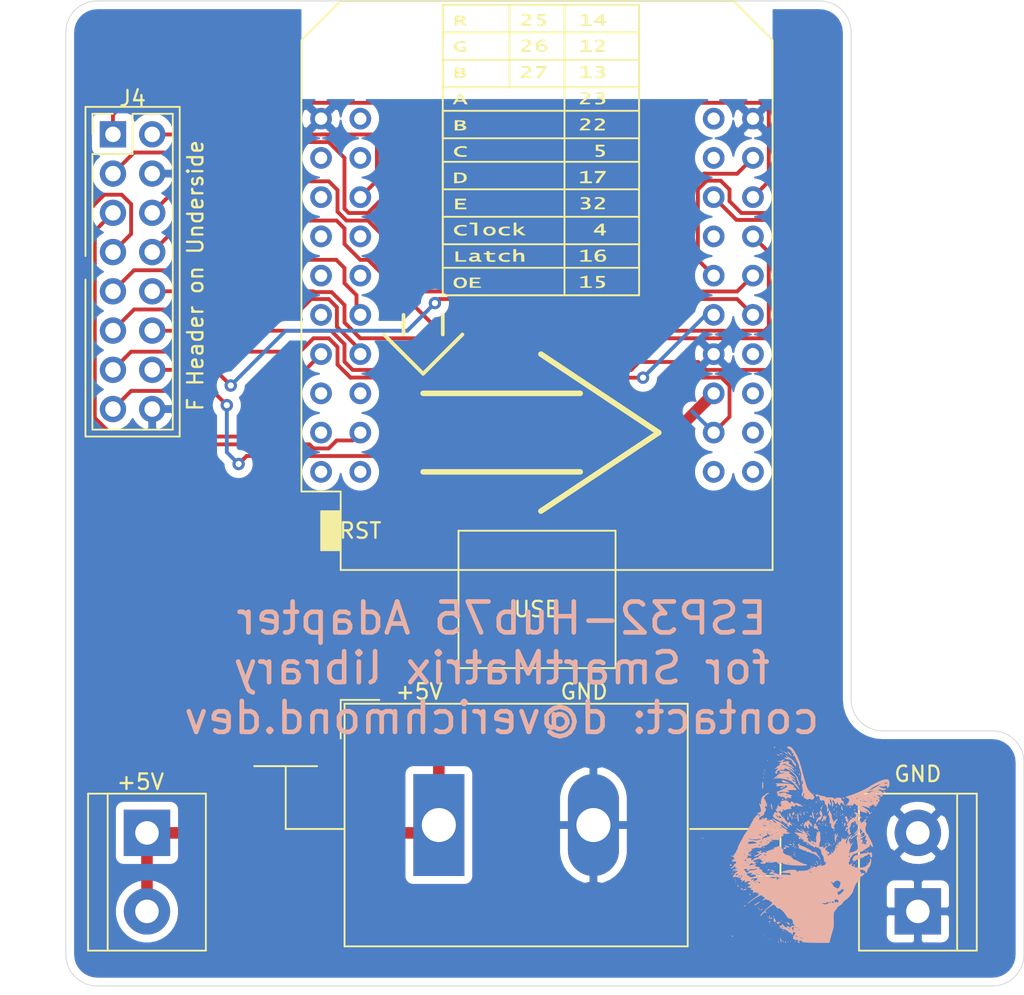
<source format=kicad_pcb>
(kicad_pcb (version 20171130) (host pcbnew "(5.1.9)-1")
  (layers (0 F.Cu signal) (31 B.Cu signal) (34 B.Paste user) (35 F.Paste user) (36 B.SilkS user) (37 F.SilkS user) (38 B.Mask user) (39 F.Mask user) (44 Edge.Cuts user))
  (net 0 "")
  (net 1 GND)
  (net 2 +5V)
  (net 3 /Blank)
  (net 4 /Latch)
  (net 5 /Clock)
  (net 6 /A3)
  (net 7 /A2)
  (net 8 /A1)
  (net 9 /A0)
  (net 10 /A4)
  (net 11 /B1)
  (net 12 /G1)
  (net 13 /R1)
  (net 14 /B0)
  (net 15 /G0)
  (net 16 /R0)
  (net 17 "Net-(U1-Pad2)")
  (net 18 "Net-(U1-Pad3)")
  (net 19 "Net-(U1-Pad4)")
  (net 20 "Net-(U1-Pad5)")
  (net 21 "Net-(U1-Pad7)")
  (net 22 "Net-(U1-Pad8)")
  (net 23 "Net-(U1-Pad9)")
  (net 24 "Net-(U1-Pad10)")
  (net 25 "Net-(U1-Pad11)")
  (net 26 "Net-(U1-Pad15)")
  (net 27 "Net-(U1-Pad16)")
  (net 28 "Net-(U1-Pad17)")
  (net 29 "Net-(U1-Pad19)")
  (net 30 "Net-(U1-Pad20)")
  (net 31 "Net-(U1-Pad21)")
  (net 32 "Net-(U1-Pad23)")
  (net 33 "Net-(U1-Pad27)")
  (net 34 "Net-(U1-Pad34)")
  (net 35 "Net-(U1-Pad36)")
  (net 36 "Net-(U1-Pad38)")
  (net 37 "Net-(U1-Pad39)")
  (net 38 "Net-(U1-Pad40)")
  (module Images:amber (layer B.Cu) (at 119.38 163.83 180)
    (fp_text reference G*** hide)
    (fp_text value LOGO hide)
  )
  (module ESP32-D1Mini-HUB75:pinout (layer F.Cu) (at 95.25 109.474)
    (fp_text reference Ref** hide)
    (fp_text value Val** hide)
  )
  (module ESP32_mini:ESP32_mini (layer F.Cu) (at 101.346 128.27)
    (fp_text reference U1 hide)
    (fp_text value mini_esp32)
    (fp_text user RST (at -11.43 15.24) (layer F.SilkS))
    (fp_text user USB (at 0 20.32) (layer F.SilkS))
    (pad 2 thru_hole circle (at -11.43 -11.43 270) (size 1.4 1.4) (drill 0.8) (layers *.Cu *.Mask) (net 17 "Net-(U1-Pad2)"))
    (pad 1 thru_hole circle (at -13.97 -11.43 270) (size 1.4 1.4) (drill 0.8) (layers *.Cu *.Mask) (net 1 GND))
    (pad 3 thru_hole circle (at -13.97 -8.89 270) (size 1.4 1.4) (drill 0.8) (layers *.Cu *.Mask) (net 18 "Net-(U1-Pad3)"))
    (pad 4 thru_hole circle (at -11.43 -8.89 270) (size 1.4 1.4) (drill 0.8) (layers *.Cu *.Mask) (net 19 "Net-(U1-Pad4)"))
    (pad 5 thru_hole circle (at -13.97 -6.35 270) (size 1.4 1.4) (drill 0.8) (layers *.Cu *.Mask) (net 20 "Net-(U1-Pad5)"))
    (pad 6 thru_hole circle (at -11.43 -6.35 270) (size 1.4 1.4) (drill 0.8) (layers *.Cu *.Mask) (net 15 /G0))
    (pad 7 thru_hole circle (at -13.97 -3.81 270) (size 1.4 1.4) (drill 0.8) (layers *.Cu *.Mask) (net 21 "Net-(U1-Pad7)"))
    (pad 8 thru_hole circle (at -11.43 -3.81 270) (size 1.4 1.4) (drill 0.8) (layers *.Cu *.Mask) (net 22 "Net-(U1-Pad8)"))
    (pad 9 thru_hole circle (at -13.97 -1.27 270) (size 1.4 1.4) (drill 0.8) (layers *.Cu *.Mask) (net 23 "Net-(U1-Pad9)"))
    (pad 10 thru_hole circle (at -11.43 -1.27 270) (size 1.4 1.4) (drill 0.8) (layers *.Cu *.Mask) (net 24 "Net-(U1-Pad10)"))
    (pad 11 thru_hole circle (at -13.97 1.27 270) (size 1.4 1.4) (drill 0.8) (layers *.Cu *.Mask) (net 25 "Net-(U1-Pad11)"))
    (pad 12 thru_hole circle (at -11.43 1.27 270) (size 1.4 1.4) (drill 0.8) (layers *.Cu *.Mask) (net 9 /A0))
    (pad 13 thru_hole circle (at -13.97 3.81 270) (size 1.4 1.4) (drill 0.8) (layers *.Cu *.Mask) (net 13 /R1))
    (pad 14 thru_hole circle (at -11.43 3.81 270) (size 1.4 1.4) (drill 0.8) (layers *.Cu *.Mask) (net 7 /A2))
    (pad 15 thru_hole circle (at -13.97 6.35 270) (size 1.4 1.4) (drill 0.8) (layers *.Cu *.Mask) (net 26 "Net-(U1-Pad15)"))
    (pad 16 thru_hole circle (at -11.43 6.35 270) (size 1.4 1.4) (drill 0.8) (layers *.Cu *.Mask) (net 27 "Net-(U1-Pad16)"))
    (pad 17 thru_hole circle (at -13.97 8.89 270) (size 1.4 1.4) (drill 0.8) (layers *.Cu *.Mask) (net 28 "Net-(U1-Pad17)"))
    (pad 18 thru_hole circle (at -11.43 8.89 270) (size 1.4 1.4) (drill 0.8) (layers *.Cu *.Mask) (net 11 /B1))
    (pad 19 thru_hole circle (at -13.97 11.43 270) (size 1.4 1.4) (drill 0.8) (layers *.Cu *.Mask) (net 29 "Net-(U1-Pad19)"))
    (pad 20 thru_hole circle (at -11.43 11.43 270) (size 1.4 1.4) (drill 0.8) (layers *.Cu *.Mask) (net 30 "Net-(U1-Pad20)"))
    (pad 21 thru_hole circle (at 11.43 -11.43 270) (size 1.4 1.4) (drill 0.8) (layers *.Cu *.Mask) (net 31 "Net-(U1-Pad21)"))
    (pad 22 thru_hole circle (at 13.97 -11.43 270) (size 1.4 1.4) (drill 0.8) (layers *.Cu *.Mask) (net 1 GND))
    (pad 23 thru_hole circle (at 11.43 -8.89 270) (size 1.4 1.4) (drill 0.8) (layers *.Cu *.Mask) (net 32 "Net-(U1-Pad23)"))
    (pad 24 thru_hole circle (at 13.97 -8.89 270) (size 1.4 1.4) (drill 0.8) (layers *.Cu *.Mask) (net 14 /B0))
    (pad 25 thru_hole circle (at 11.43 -6.35 270) (size 1.4 1.4) (drill 0.8) (layers *.Cu *.Mask) (net 8 /A1))
    (pad 26 thru_hole circle (at 13.97 -6.35 270) (size 1.4 1.4) (drill 0.8) (layers *.Cu *.Mask) (net 16 /R0))
    (pad 27 thru_hole circle (at 11.43 -3.81 270) (size 1.4 1.4) (drill 0.8) (layers *.Cu *.Mask) (net 33 "Net-(U1-Pad27)"))
    (pad 28 thru_hole circle (at 13.97 -3.81 270) (size 1.4 1.4) (drill 0.8) (layers *.Cu *.Mask) (net 10 /A4))
    (pad 29 thru_hole circle (at 11.43 -1.27 270) (size 1.4 1.4) (drill 0.8) (layers *.Cu *.Mask) (net 6 /A3))
    (pad 30 thru_hole circle (at 13.97 -1.27 270) (size 1.4 1.4) (drill 0.8) (layers *.Cu *.Mask) (net 12 /G1))
    (pad 31 thru_hole circle (at 11.43 1.27 270) (size 1.4 1.4) (drill 0.8) (layers *.Cu *.Mask) (net 5 /Clock))
    (pad 32 thru_hole circle (at 13.97 1.27 270) (size 1.4 1.4) (drill 0.8) (layers *.Cu *.Mask) (net 4 /Latch))
    (pad 33 thru_hole circle (at 11.43 3.81 270) (size 1.4 1.4) (drill 0.8) (layers *.Cu *.Mask) (net 1 GND))
    (pad 34 thru_hole circle (at 13.97 3.81 270) (size 1.4 1.4) (drill 0.8) (layers *.Cu *.Mask) (net 34 "Net-(U1-Pad34)"))
    (pad 35 thru_hole circle (at 11.43 6.35 270) (size 1.4 1.4) (drill 0.8) (layers *.Cu *.Mask) (net 2 +5V))
    (pad 36 thru_hole circle (at 13.97 6.35 270) (size 1.4 1.4) (drill 0.8) (layers *.Cu *.Mask) (net 35 "Net-(U1-Pad36)"))
    (pad 37 thru_hole circle (at 11.43 8.89 270) (size 1.4 1.4) (drill 0.8) (layers *.Cu *.Mask) (net 3 /Blank))
    (pad 38 thru_hole circle (at 13.97 8.89 270) (size 1.4 1.4) (drill 0.8) (layers *.Cu *.Mask) (net 36 "Net-(U1-Pad38)"))
    (pad 39 thru_hole circle (at 11.43 11.43 270) (size 1.4 1.4) (drill 0.8) (layers *.Cu *.Mask) (net 37 "Net-(U1-Pad39)"))
    (pad 40 thru_hole circle (at 13.97 11.43 270) (size 1.4 1.4) (drill 0.8) (layers *.Cu *.Mask) (net 38 "Net-(U1-Pad40)"))
  )
  (module Connector_PinHeader_2.54mm:PinHeader_2x08_P2.54mm_Vertical (layer F.Cu) (at 73.914 117.856)
    (fp_text reference J4 (at 1.27 -2.33) (layer F.SilkS))
    (fp_text value Conn_02x08_Odd_Even)
    (pad 16 thru_hole oval (at 2.54 17.78) (size 1.7 1.7) (drill 1) (layers *.Cu *.Mask) (net 1 GND))
    (pad 15 thru_hole oval (at 0 17.78) (size 1.7 1.7) (drill 1) (layers *.Cu *.Mask) (net 3 /Blank))
    (pad 14 thru_hole oval (at 2.54 15.24) (size 1.7 1.7) (drill 1) (layers *.Cu *.Mask) (net 4 /Latch))
    (pad 13 thru_hole oval (at 0 15.24) (size 1.7 1.7) (drill 1) (layers *.Cu *.Mask) (net 5 /Clock))
    (pad 12 thru_hole oval (at 2.54 12.7) (size 1.7 1.7) (drill 1) (layers *.Cu *.Mask) (net 6 /A3))
    (pad 11 thru_hole oval (at 0 12.7) (size 1.7 1.7) (drill 1) (layers *.Cu *.Mask) (net 7 /A2))
    (pad 10 thru_hole oval (at 2.54 10.16) (size 1.7 1.7) (drill 1) (layers *.Cu *.Mask) (net 8 /A1))
    (pad 9 thru_hole oval (at 0 10.16) (size 1.7 1.7) (drill 1) (layers *.Cu *.Mask) (net 9 /A0))
    (pad 8 thru_hole oval (at 2.54 7.62) (size 1.7 1.7) (drill 1) (layers *.Cu *.Mask) (net 10 /A4))
    (pad 7 thru_hole oval (at 0 7.62) (size 1.7 1.7) (drill 1) (layers *.Cu *.Mask) (net 11 /B1))
    (pad 6 thru_hole oval (at 2.54 5.08) (size 1.7 1.7) (drill 1) (layers *.Cu *.Mask) (net 12 /G1))
    (pad 5 thru_hole oval (at 0 5.08) (size 1.7 1.7) (drill 1) (layers *.Cu *.Mask) (net 13 /R1))
    (pad 4 thru_hole oval (at 2.54 2.54) (size 1.7 1.7) (drill 1) (layers *.Cu *.Mask) (net 1 GND))
    (pad 3 thru_hole oval (at 0 2.54) (size 1.7 1.7) (drill 1) (layers *.Cu *.Mask) (net 14 /B0))
    (pad 2 thru_hole oval (at 2.54 0) (size 1.7 1.7) (drill 1) (layers *.Cu *.Mask) (net 15 /G0))
    (pad 1 thru_hole rect (at 0 0) (size 1.7 1.7) (drill 1) (layers *.Cu *.Mask) (net 16 /R0))
  )
  (module TerminalBlock:TerminalBlock_bornier-2_P5.08mm (layer F.Cu) (at 125.984 168.148 90)
    (fp_text reference J3 hide)
    (fp_text value Conn_01x02)
    (pad 2 thru_hole circle (at 5.08 0 90) (size 3 3) (drill 1.52) (layers *.Cu *.Mask) (net 1 GND))
    (pad 1 thru_hole rect (at 0 0 90) (size 3 3) (drill 1.52) (layers *.Cu *.Mask) (net 1 GND))
  )
  (module TerminalBlock:TerminalBlock_bornier-2_P5.08mm (layer F.Cu) (at 76.114 163.068 270)
    (fp_text reference J2 hide)
    (fp_text value Conn_01x02)
    (pad 2 thru_hole circle (at 5.08 0 270) (size 3 3) (drill 1.52) (layers *.Cu *.Mask) (net 2 +5V))
    (pad 1 thru_hole rect (at 0 0 270) (size 3 3) (drill 1.52) (layers *.Cu *.Mask) (net 2 +5V))
  )
  (module TerminalBlock_Dinkle:TerminalBlock_Dinkle_DT-55-B01X-02_P10.00mm (layer F.Cu) (at 94.996 162.56)
    (fp_text reference J1 hide)
    (fp_text value Conn_01x02)
    (pad 2 thru_hole oval (at 10 0) (size 3.3 6.6) (drill 2.2) (layers *.Cu *.Mask) (net 1 GND))
    (pad 1 thru_hole rect (at 0 0) (size 3.3 6.6) (drill 2.2) (layers *.Cu *.Mask) (net 2 +5V))
  )
  (gr_line (start 95.25 129.54) (end 95.25 130.81) (layer F.SilkS) (width 0.24))
  (gr_line (start 92.71 130.81) (end 92.71 129.54) (layer F.SilkS) (width 0.24))
  (gr_line (start 96.52 130.81) (end 93.98 133.35) (layer F.SilkS) (width 0.24))
  (gr_line (start 93.98 133.35) (end 91.44 130.81) (layer F.SilkS) (width 0.24))
  (gr_line (start 93.98 139.7) (end 104.14 139.7) (layer F.SilkS) (width 0.36))
  (gr_line (start 104.14 134.62) (end 93.98 134.62) (layer F.SilkS) (width 0.36))
  (gr_line (start 109.22 137.16) (end 101.6 142.24) (layer F.SilkS) (width 0.36))
  (gr_line (start 101.6 132.08) (end 109.22 137.16) (layer F.SilkS) (width 0.36))
  (gr_text "ESP32-Hub75 Adapter\nfor SmartMatrix library\ncontact: d@verichmond.dev" (at 99.06 152.4) (layer B.SilkS) (effects (font (size 2 2) (thickness 0.3)) (justify mirror)))
  (gr_arc (start 119.634 111.252) (end 121.666 111.252) (angle -90) (layer Edge.Cuts) (width 0.05))
  (gr_arc (start 72.898 111.252) (end 72.898 109.22) (angle -90) (layer Edge.Cuts) (width 0.05))
  (gr_arc (start 72.898 170.942) (end 70.866 170.942) (angle -90) (layer Edge.Cuts) (width 0.05))
  (gr_arc (start 130.81 158.496) (end 132.842 158.496) (angle -90) (layer Edge.Cuts) (width 0.05))
  (gr_arc (start 130.81 170.942) (end 130.81 172.974) (angle -90) (layer Edge.Cuts) (width 0.05))
  (gr_arc (start 123.698 154.432) (end 121.666 154.432) (angle -90) (layer Edge.Cuts) (width 0.05))
  (gr_line (start 119.634 109.22) (end 72.898 109.22) (layer Edge.Cuts) (width 0.05))
  (gr_line (start 121.666 154.432) (end 121.666 111.252) (layer Edge.Cuts) (width 0.05))
  (gr_line (start 130.81 156.464) (end 123.698 156.464) (layer Edge.Cuts) (width 0.05))
  (gr_line (start 132.842 170.942) (end 132.842 158.496) (layer Edge.Cuts) (width 0.05))
  (gr_line (start 72.898 172.974) (end 130.81 172.974) (layer Edge.Cuts) (width 0.05))
  (gr_line (start 70.866 111.252) (end 70.866 170.942) (layer Edge.Cuts) (width 0.05))
  (gr_text GND (at 125.984 159.258) (layer F.SilkS) (effects (font (size 1 1))))
  (gr_text +5V (at 75.692 159.766) (layer F.SilkS) (effects (font (size 1 1))))
  (gr_text GND (at 104.394 153.924) (layer F.SilkS) (effects (font (size 1 1))))
  (gr_text +5V (at 93.726 153.924) (layer F.SilkS) (effects (font (size 1 1))))
  (gr_line (start 83.058 158.75) (end 87.122 158.75) (layer F.SilkS) (width 0.12))
  (gr_line (start 85.09 158.75) (end 83.058 158.75) (layer F.SilkS) (width 0.12))
  (gr_line (start 85.09 162.814) (end 85.09 158.75) (layer F.SilkS) (width 0.12))
  (gr_line (start 88.9 162.814) (end 85.09 162.814) (layer F.SilkS) (width 0.12))
  (gr_line (start 117.094 167.894) (end 118.618 165.862) (layer F.SilkS) (width 0.12))
  (gr_line (start 115.57 165.862) (end 117.094 167.894) (layer F.SilkS) (width 0.12))
  (gr_line (start 118.618 165.862) (end 115.57 165.862) (layer F.SilkS) (width 0.12))
  (gr_line (start 117.094 162.814) (end 117.094 165.862) (layer F.SilkS) (width 0.12))
  (gr_line (start 111.252 162.814) (end 117.094 162.814) (layer F.SilkS) (width 0.12))
  (gr_text "F Header on Underside" (at 79.248 127 90) (layer F.SilkS) (effects (font (size 1 1))))
  (gr_line (start 72.136 137.414) (end 72.136 127.254) (layer F.SilkS) (width 0.12))
  (gr_line (start 78.232 137.414) (end 72.136 137.414) (layer F.SilkS) (width 0.12))
  (gr_line (start 78.232 137.16) (end 78.232 137.414) (layer F.SilkS) (width 0.12))
  (gr_line (start 78.232 116.078) (end 78.232 137.16) (layer F.SilkS) (width 0.12))
  (gr_line (start 72.136 116.078) (end 78.232 116.078) (layer F.SilkS) (width 0.12))
  (gr_line (start 72.136 125.73) (end 72.136 116.078) (layer F.SilkS) (width 0.12))
  (segment (start 94.996 152.4) (end 112.776 134.62) (width 0.75) (layer F.Cu) (net 2))
  (segment (start 94.996 162.56) (end 94.996 152.4) (width 0.75) (layer F.Cu) (net 2))
  (segment (start 94.488 163.068) (end 94.996 162.56) (width 0.75) (layer F.Cu) (net 2))
  (segment (start 76.114 163.068) (end 94.488 163.068) (width 0.75) (layer F.Cu) (net 2))
  (segment (start 76.114 168.148) (end 76.114 163.068) (width 0.75) (layer F.Cu) (net 2))
  (segment (start 75.089001 134.460999) (end 80.358999 134.460999) (width 0.25) (layer F.Cu) (net 3))
  (segment (start 73.914 135.636) (end 75.089001 134.460999) (width 0.25) (layer F.Cu) (net 3))
  (segment (start 80.358999 134.460999) (end 81.28 135.382) (width 0.25) (layer F.Cu) (net 3))
  (via (at 81.28 135.382) (size 0.8) (drill 0.4) (layers F.Cu B.Cu) (net 3))
  (segment (start 111.397999 135.781999) (end 112.776 137.16) (width 0.25) (layer B.Cu) (net 3))
  (segment (start 81.28 135.382) (end 81.28 137.16) (width 0.25) (layer B.Cu) (net 3))
  (segment (start 81.28 137.16) (end 81.28 138.43) (width 0.25) (layer B.Cu) (net 3))
  (segment (start 81.28 138.43) (end 82.042 139.192) (width 0.25) (layer B.Cu) (net 3))
  (via (at 82.042 139.192) (size 0.8) (drill 0.4) (layers F.Cu B.Cu) (net 3))
  (segment (start 82.559001 138.674999) (end 106.435001 138.674999) (width 0.25) (layer F.Cu) (net 3))
  (segment (start 82.042 139.192) (end 82.559001 138.674999) (width 0.25) (layer F.Cu) (net 3))
  (segment (start 111.515001 133.594999) (end 113.274999 133.594999) (width 0.25) (layer F.Cu) (net 3))
  (segment (start 106.435001 138.674999) (end 111.515001 133.594999) (width 0.25) (layer F.Cu) (net 3))
  (segment (start 113.801001 136.134999) (end 112.776 137.16) (width 0.25) (layer F.Cu) (net 3))
  (segment (start 113.801001 134.121001) (end 113.801001 136.134999) (width 0.25) (layer F.Cu) (net 3))
  (segment (start 113.274999 133.594999) (end 113.801001 134.121001) (width 0.25) (layer F.Cu) (net 3))
  (segment (start 76.454 133.096) (end 80.518 133.096) (width 0.25) (layer F.Cu) (net 4))
  (segment (start 80.518 133.096) (end 81.534 134.112) (width 0.25) (layer F.Cu) (net 4))
  (via (at 81.534 134.112) (size 0.8) (drill 0.4) (layers F.Cu B.Cu) (net 4))
  (segment (start 85.080999 130.565001) (end 81.534 134.112) (width 0.25) (layer B.Cu) (net 4))
  (via (at 94.742 128.778) (size 0.8) (drill 0.4) (layers F.Cu B.Cu) (net 4))
  (segment (start 92.954999 130.565001) (end 94.742 128.778) (width 0.25) (layer B.Cu) (net 4))
  (segment (start 90.922999 130.565001) (end 92.954999 130.565001) (width 0.25) (layer B.Cu) (net 4))
  (segment (start 90.922999 130.565001) (end 85.080999 130.565001) (width 0.25) (layer B.Cu) (net 4))
  (segment (start 114.290999 128.514999) (end 115.316 129.54) (width 0.25) (layer F.Cu) (net 4))
  (segment (start 95.005001 128.514999) (end 114.290999 128.514999) (width 0.25) (layer F.Cu) (net 4))
  (segment (start 94.742 128.778) (end 95.005001 128.514999) (width 0.25) (layer F.Cu) (net 4))
  (segment (start 86.883999 131.054999) (end 87.874999 131.054999) (width 0.25) (layer F.Cu) (net 5))
  (segment (start 73.914 133.096) (end 75.089001 131.920999) (width 0.25) (layer F.Cu) (net 5))
  (segment (start 75.089001 131.920999) (end 86.017999 131.920999) (width 0.25) (layer F.Cu) (net 5))
  (segment (start 86.017999 131.920999) (end 86.883999 131.054999) (width 0.25) (layer F.Cu) (net 5))
  (segment (start 88.440988 132.758401) (end 89.286587 133.604) (width 0.25) (layer F.Cu) (net 5))
  (segment (start 88.440988 131.620988) (end 88.440988 132.758401) (width 0.25) (layer F.Cu) (net 5))
  (segment (start 87.874999 131.054999) (end 88.440988 131.620988) (width 0.25) (layer F.Cu) (net 5))
  (segment (start 89.295588 133.594999) (end 103.114999 133.594999) (width 0.25) (layer F.Cu) (net 5))
  (segment (start 89.286587 133.604) (end 89.295588 133.594999) (width 0.25) (layer F.Cu) (net 5))
  (via (at 108.204 133.604) (size 0.8) (drill 0.4) (layers F.Cu B.Cu) (net 5))
  (segment (start 103.124 133.604) (end 103.114999 133.594999) (width 0.25) (layer F.Cu) (net 5))
  (segment (start 108.204 133.604) (end 103.124 133.604) (width 0.25) (layer F.Cu) (net 5))
  (segment (start 112.268 129.54) (end 112.776 129.54) (width 0.25) (layer B.Cu) (net 5))
  (segment (start 108.204 133.604) (end 112.268 129.54) (width 0.25) (layer B.Cu) (net 5))
  (segment (start 112.323986 120.855012) (end 111.750999 121.427999) (width 0.25) (layer F.Cu) (net 6))
  (segment (start 112.283999 133.105001) (end 116.830999 133.105001) (width 0.25) (layer F.Cu) (net 6))
  (segment (start 76.454 130.556) (end 76.463001 130.565001) (width 0.25) (layer F.Cu) (net 6))
  (segment (start 76.463001 130.565001) (end 88.021412 130.565001) (width 0.25) (layer F.Cu) (net 6))
  (segment (start 88.021412 130.565001) (end 88.890999 131.434588) (width 0.25) (layer F.Cu) (net 6))
  (segment (start 88.890999 131.434588) (end 88.890999 132.572002) (width 0.25) (layer F.Cu) (net 6))
  (segment (start 88.890999 132.572002) (end 89.423998 133.105001) (width 0.25) (layer F.Cu) (net 6))
  (segment (start 89.423998 133.105001) (end 107.432999 133.105001) (width 0.25) (layer F.Cu) (net 6))
  (segment (start 111.750999 125.974999) (end 112.776 127) (width 0.25) (layer F.Cu) (net 6))
  (segment (start 111.750999 121.427999) (end 111.750999 125.974999) (width 0.25) (layer F.Cu) (net 6))
  (segment (start 113.228014 120.855012) (end 112.323986 120.855012) (width 0.25) (layer F.Cu) (net 6))
  (segment (start 113.801001 121.427999) (end 113.228014 120.855012) (width 0.25) (layer F.Cu) (net 6))
  (segment (start 113.801001 122.183001) (end 113.801001 121.427999) (width 0.25) (layer F.Cu) (net 6))
  (segment (start 116.830999 133.105001) (end 117.241023 132.694977) (width 0.25) (layer F.Cu) (net 6))
  (segment (start 114.563001 122.945001) (end 113.801001 122.183001) (width 0.25) (layer F.Cu) (net 6))
  (segment (start 116.595001 122.945001) (end 114.563001 122.945001) (width 0.25) (layer F.Cu) (net 6))
  (segment (start 111.766998 132.588) (end 112.283999 133.105001) (width 0.25) (layer F.Cu) (net 6))
  (segment (start 117.241023 123.591023) (end 116.595001 122.945001) (width 0.25) (layer F.Cu) (net 6))
  (segment (start 107.95 132.588) (end 111.766998 132.588) (width 0.25) (layer F.Cu) (net 6))
  (segment (start 117.241023 132.694977) (end 117.241023 123.591023) (width 0.25) (layer F.Cu) (net 6))
  (segment (start 107.432999 133.105001) (end 107.95 132.588) (width 0.25) (layer F.Cu) (net 6))
  (segment (start 89.916 131.823178) (end 89.916 132.08) (width 0.25) (layer F.Cu) (net 7))
  (segment (start 88.401001 129.047999) (end 88.401001 130.308179) (width 0.25) (layer F.Cu) (net 7))
  (segment (start 86.737586 128.514999) (end 87.868001 128.514999) (width 0.25) (layer F.Cu) (net 7))
  (segment (start 75.278999 129.191001) (end 86.061584 129.191001) (width 0.25) (layer F.Cu) (net 7))
  (segment (start 87.868001 128.514999) (end 88.401001 129.047999) (width 0.25) (layer F.Cu) (net 7))
  (segment (start 86.061584 129.191001) (end 86.737586 128.514999) (width 0.25) (layer F.Cu) (net 7))
  (segment (start 73.914 130.556) (end 75.278999 129.191001) (width 0.25) (layer F.Cu) (net 7))
  (segment (start 88.401001 130.308179) (end 89.916 131.823178) (width 0.25) (layer F.Cu) (net 7))
  (segment (start 114.251012 123.395012) (end 112.776 121.92) (width 0.25) (layer F.Cu) (net 8))
  (segment (start 116.258012 123.395012) (end 114.251012 123.395012) (width 0.25) (layer F.Cu) (net 8))
  (segment (start 116.791012 130.593984) (end 116.791012 123.928012) (width 0.25) (layer F.Cu) (net 8))
  (segment (start 116.791012 123.928012) (end 116.258012 123.395012) (width 0.25) (layer F.Cu) (net 8))
  (segment (start 116.329997 131.054999) (end 116.791012 130.593984) (width 0.25) (layer F.Cu) (net 8))
  (segment (start 89.913997 131.054999) (end 116.329997 131.054999) (width 0.25) (layer F.Cu) (net 8))
  (segment (start 88.890999 130.032001) (end 89.913997 131.054999) (width 0.25) (layer F.Cu) (net 8))
  (segment (start 88.890999 128.901586) (end 88.890999 130.032001) (width 0.25) (layer F.Cu) (net 8))
  (segment (start 86.923986 128.064988) (end 88.054401 128.064988) (width 0.25) (layer F.Cu) (net 8))
  (segment (start 86.874997 128.015999) (end 86.923986 128.064988) (width 0.25) (layer F.Cu) (net 8))
  (segment (start 76.454 128.016) (end 86.874997 128.015999) (width 0.25) (layer F.Cu) (net 8))
  (segment (start 88.054401 128.064988) (end 88.890999 128.901586) (width 0.25) (layer F.Cu) (net 8))
  (segment (start 73.914 128.016) (end 75.278999 126.651001) (width 0.25) (layer F.Cu) (net 9))
  (segment (start 75.278999 126.651001) (end 84.168999 126.651001) (width 0.25) (layer F.Cu) (net 9))
  (segment (start 88.890999 127.492001) (end 89.668998 128.27) (width 0.25) (layer F.Cu) (net 9))
  (segment (start 88.890999 126.507999) (end 88.890999 127.492001) (width 0.25) (layer F.Cu) (net 9))
  (segment (start 88.357999 125.974999) (end 88.890999 126.507999) (width 0.25) (layer F.Cu) (net 9))
  (segment (start 84.845001 125.974999) (end 88.357999 125.974999) (width 0.25) (layer F.Cu) (net 9))
  (segment (start 84.168999 126.651001) (end 84.845001 125.974999) (width 0.25) (layer F.Cu) (net 9))
  (segment (start 89.668998 129.292998) (end 89.916 129.54) (width 0.25) (layer F.Cu) (net 9))
  (segment (start 89.668998 128.27) (end 89.668998 129.292998) (width 0.25) (layer F.Cu) (net 9))
  (segment (start 76.454 125.476) (end 76.463001 125.485001) (width 0.25) (layer F.Cu) (net 10))
  (segment (start 116.341001 125.485001) (end 115.316 124.46) (width 0.25) (layer F.Cu) (net 10))
  (segment (start 116.341001 130.292999) (end 116.341001 125.485001) (width 0.25) (layer F.Cu) (net 10))
  (segment (start 116.068999 130.565001) (end 116.341001 130.292999) (width 0.25) (layer F.Cu) (net 10))
  (segment (start 78.495001 123.434999) (end 88.380179 123.434999) (width 0.25) (layer F.Cu) (net 10))
  (segment (start 76.454 125.476) (end 78.495001 123.434999) (width 0.25) (layer F.Cu) (net 10))
  (segment (start 89.913997 125.974999) (end 90.414999 125.974999) (width 0.25) (layer F.Cu) (net 10))
  (segment (start 88.890999 124.952001) (end 89.913997 125.974999) (width 0.25) (layer F.Cu) (net 10))
  (segment (start 88.890999 123.945819) (end 88.890999 124.952001) (width 0.25) (layer F.Cu) (net 10))
  (segment (start 88.380179 123.434999) (end 88.890999 123.945819) (width 0.25) (layer F.Cu) (net 10))
  (segment (start 95.005001 130.565001) (end 95.513001 130.565001) (width 0.25) (layer F.Cu) (net 10))
  (segment (start 90.414999 125.974999) (end 95.005001 130.565001) (width 0.25) (layer F.Cu) (net 10))
  (segment (start 95.513001 130.565001) (end 116.068999 130.565001) (width 0.25) (layer F.Cu) (net 10))
  (segment (start 73.349999 121.760999) (end 71.882 123.228998) (width 0.25) (layer F.Cu) (net 11))
  (segment (start 74.478001 121.760999) (end 73.349999 121.760999) (width 0.25) (layer F.Cu) (net 11))
  (segment (start 75.089001 122.371999) (end 74.478001 121.760999) (width 0.25) (layer F.Cu) (net 11))
  (segment (start 75.089001 124.300999) (end 75.089001 122.371999) (width 0.25) (layer F.Cu) (net 11))
  (segment (start 73.914 125.476) (end 75.089001 124.300999) (width 0.25) (layer F.Cu) (net 11))
  (segment (start 71.882 135.979412) (end 73.824588 137.922) (width 0.25) (layer F.Cu) (net 11))
  (segment (start 71.882 123.228998) (end 71.882 135.979412) (width 0.25) (layer F.Cu) (net 11))
  (segment (start 87.868001 138.185001) (end 88.385002 137.668) (width 0.25) (layer F.Cu) (net 11))
  (segment (start 86.883999 138.185001) (end 87.868001 138.185001) (width 0.25) (layer F.Cu) (net 11))
  (segment (start 86.620998 137.922) (end 86.883999 138.185001) (width 0.25) (layer F.Cu) (net 11))
  (segment (start 89.408 137.668) (end 89.916 137.16) (width 0.25) (layer F.Cu) (net 11))
  (segment (start 88.385002 137.668) (end 89.408 137.668) (width 0.25) (layer F.Cu) (net 11))
  (segment (start 73.824588 137.922) (end 86.620998 137.922) (width 0.25) (layer F.Cu) (net 11))
  (segment (start 76.454 122.936) (end 76.952999 123.434999) (width 0.25) (layer F.Cu) (net 12))
  (segment (start 114.290999 128.025001) (end 115.316 127) (width 0.25) (layer F.Cu) (net 12))
  (segment (start 93.735001 128.025001) (end 114.290999 128.025001) (width 0.25) (layer F.Cu) (net 12))
  (segment (start 91.684999 125.974999) (end 93.735001 128.025001) (width 0.25) (layer F.Cu) (net 12))
  (segment (start 78.495001 120.894999) (end 87.874999 120.894999) (width 0.25) (layer F.Cu) (net 12))
  (segment (start 76.454 122.936) (end 78.495001 120.894999) (width 0.25) (layer F.Cu) (net 12))
  (segment (start 91.684999 124.711997) (end 91.684999 125.974999) (width 0.25) (layer F.Cu) (net 12))
  (segment (start 90.408001 123.434999) (end 91.684999 124.711997) (width 0.25) (layer F.Cu) (net 12))
  (segment (start 89.016589 123.434999) (end 90.408001 123.434999) (width 0.25) (layer F.Cu) (net 12))
  (segment (start 88.44099 122.8594) (end 89.016589 123.434999) (width 0.25) (layer F.Cu) (net 12))
  (segment (start 88.44099 121.46099) (end 88.44099 122.8594) (width 0.25) (layer F.Cu) (net 12))
  (segment (start 87.874999 120.894999) (end 88.44099 121.46099) (width 0.25) (layer F.Cu) (net 12))
  (segment (start 72.738999 136.200001) (end 73.952998 137.414) (width 0.25) (layer F.Cu) (net 13))
  (segment (start 72.738999 124.111001) (end 72.738999 136.200001) (width 0.25) (layer F.Cu) (net 13))
  (segment (start 73.914 122.936) (end 72.738999 124.111001) (width 0.25) (layer F.Cu) (net 13))
  (segment (start 82.042 137.414) (end 87.376 132.08) (width 0.25) (layer F.Cu) (net 13))
  (segment (start 73.952998 137.414) (end 82.042 137.414) (width 0.25) (layer F.Cu) (net 13))
  (segment (start 89.163001 122.945001) (end 90.408001 122.945001) (width 0.25) (layer F.Cu) (net 14))
  (segment (start 88.890999 122.672999) (end 89.163001 122.945001) (width 0.25) (layer F.Cu) (net 14))
  (segment (start 90.408001 122.945001) (end 91.44 121.913002) (width 0.25) (layer F.Cu) (net 14))
  (segment (start 88.890999 119.377997) (end 88.890999 122.672999) (width 0.25) (layer F.Cu) (net 14))
  (segment (start 87.868001 118.354999) (end 88.890999 119.377997) (width 0.25) (layer F.Cu) (net 14))
  (segment (start 86.186001 118.354999) (end 87.868001 118.354999) (width 0.25) (layer F.Cu) (net 14))
  (segment (start 85.509999 119.031001) (end 86.186001 118.354999) (width 0.25) (layer F.Cu) (net 14))
  (segment (start 75.278999 119.031001) (end 85.509999 119.031001) (width 0.25) (layer F.Cu) (net 14))
  (segment (start 73.914 120.396) (end 75.278999 119.031001) (width 0.25) (layer F.Cu) (net 14))
  (segment (start 110.629585 121.913002) (end 112.146587 120.396) (width 0.25) (layer F.Cu) (net 14))
  (segment (start 91.44 121.913002) (end 110.629585 121.913002) (width 0.25) (layer F.Cu) (net 14))
  (segment (start 112.274998 120.396) (end 112.283999 120.405001) (width 0.25) (layer F.Cu) (net 14))
  (segment (start 112.283999 120.405001) (end 114.290999 120.405001) (width 0.25) (layer F.Cu) (net 14))
  (segment (start 114.290999 120.405001) (end 115.316 119.38) (width 0.25) (layer F.Cu) (net 14))
  (segment (start 112.146587 120.396) (end 112.274998 120.396) (width 0.25) (layer F.Cu) (net 14))
  (segment (start 76.454 117.856) (end 76.463001 117.865001) (width 0.25) (layer F.Cu) (net 15))
  (segment (start 90.677391 117.865001) (end 90.98999 118.1776) (width 0.25) (layer F.Cu) (net 15))
  (segment (start 87.385001 117.865001) (end 90.677391 117.865001) (width 0.25) (layer F.Cu) (net 15))
  (segment (start 76.463001 117.865001) (end 87.385001 117.865001) (width 0.25) (layer F.Cu) (net 15))
  (segment (start 87.385001 117.865001) (end 87.639001 117.865001) (width 0.25) (layer F.Cu) (net 15))
  (segment (start 90.98999 120.84601) (end 89.916 121.92) (width 0.25) (layer F.Cu) (net 15))
  (segment (start 90.98999 118.1776) (end 90.98999 120.84601) (width 0.25) (layer F.Cu) (net 15))
  (segment (start 116.341001 120.894999) (end 115.316 121.92) (width 0.25) (layer F.Cu) (net 16))
  (segment (start 115.808001 115.814999) (end 116.341001 116.347999) (width 0.25) (layer F.Cu) (net 16))
  (segment (start 74.685001 115.814999) (end 115.808001 115.814999) (width 0.25) (layer F.Cu) (net 16))
  (segment (start 73.914 116.586) (end 74.685001 115.814999) (width 0.25) (layer F.Cu) (net 16))
  (segment (start 116.341001 116.347999) (end 116.341001 120.894999) (width 0.25) (layer F.Cu) (net 16))
  (segment (start 73.914 117.856) (end 73.914 116.586) (width 0.25) (layer F.Cu) (net 16))
  (zone (net 1) (net_name GND) (layer B.Cu) (connect_pads (clearance 0.508)) (min_thickness 0.127) (fill yes (arc_segments 32) (thermal_gap 0.508) (thermal_bridge_width 0.508) (smoothing chamfer) (radius 0.5))
    (polygon (pts (xy 121.666 156.464) (xy 132.842 156.464) (xy 132.842 172.974) (xy 70.866 172.974) (xy 70.866 109.474) (xy 121.666 109.474)))
  )
  (zone (net 0) (net_name "") (layers F&B.Cu) (connect_pads (clearance 0.508)) (min_thickness 0.254)
    (keepout (tracks not_allowed) (vias not_allowed) (copperpour not_allowed))
    (fill (arc_segments 32) (thermal_gap 0.508) (thermal_bridge_width 0.508))
    (polygon (pts (xy 116.586 115.57) (xy 86.106 115.57) (xy 86.106 109.474) (xy 116.586 109.474)))
  )
)
</source>
